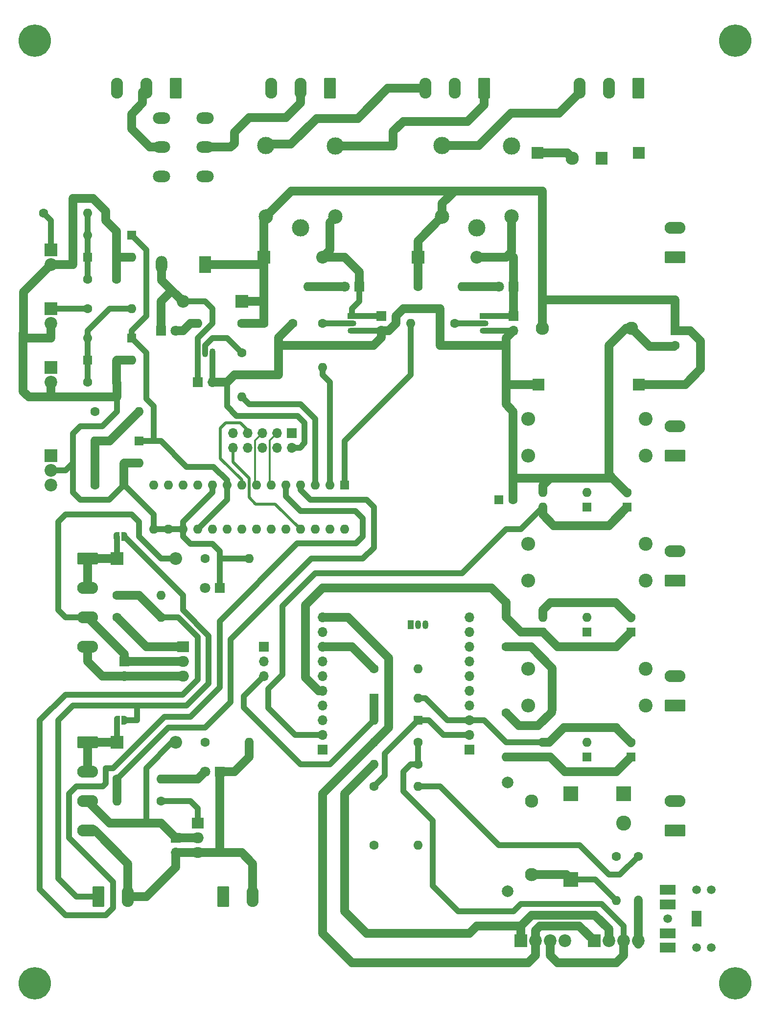
<source format=gbr>
%TF.GenerationSoftware,KiCad,Pcbnew,6.0.1-79c1e3a40b~116~ubuntu20.04.1*%
%TF.CreationDate,2022-01-16T20:57:57+01:00*%
%TF.ProjectId,NodeStandard,4e6f6465-5374-4616-9e64-6172642e6b69,V3.0*%
%TF.SameCoordinates,Original*%
%TF.FileFunction,Copper,L1,Top*%
%TF.FilePolarity,Positive*%
%FSLAX46Y46*%
G04 Gerber Fmt 4.6, Leading zero omitted, Abs format (unit mm)*
G04 Created by KiCad (PCBNEW 6.0.1-79c1e3a40b~116~ubuntu20.04.1) date 2022-01-16 20:57:57*
%MOMM*%
%LPD*%
G01*
G04 APERTURE LIST*
G04 Aperture macros list*
%AMRoundRect*
0 Rectangle with rounded corners*
0 $1 Rounding radius*
0 $2 $3 $4 $5 $6 $7 $8 $9 X,Y pos of 4 corners*
0 Add a 4 corners polygon primitive as box body*
4,1,4,$2,$3,$4,$5,$6,$7,$8,$9,$2,$3,0*
0 Add four circle primitives for the rounded corners*
1,1,$1+$1,$2,$3*
1,1,$1+$1,$4,$5*
1,1,$1+$1,$6,$7*
1,1,$1+$1,$8,$9*
0 Add four rect primitives between the rounded corners*
20,1,$1+$1,$2,$3,$4,$5,0*
20,1,$1+$1,$4,$5,$6,$7,0*
20,1,$1+$1,$6,$7,$8,$9,0*
20,1,$1+$1,$8,$9,$2,$3,0*%
%AMFreePoly0*
4,1,22,0.500000,-0.750000,0.000000,-0.750000,0.000000,-0.745033,-0.079941,-0.743568,-0.215256,-0.701293,-0.333266,-0.622738,-0.424486,-0.514219,-0.481581,-0.384460,-0.499164,-0.250000,-0.500000,-0.250000,-0.500000,0.250000,-0.499164,0.250000,-0.499963,0.256109,-0.478152,0.396186,-0.417904,0.524511,-0.324060,0.630769,-0.204165,0.706417,-0.067858,0.745374,0.000000,0.744959,0.000000,0.750000,
0.500000,0.750000,0.500000,-0.750000,0.500000,-0.750000,$1*%
%AMFreePoly1*
4,1,20,0.000000,0.744959,0.073905,0.744508,0.209726,0.703889,0.328688,0.626782,0.421226,0.519385,0.479903,0.390333,0.500000,0.250000,0.500000,-0.250000,0.499851,-0.262216,0.476331,-0.402017,0.414519,-0.529596,0.319384,-0.634700,0.198574,-0.708877,0.061801,-0.746166,0.000000,-0.745033,0.000000,-0.750000,-0.500000,-0.750000,-0.500000,0.750000,0.000000,0.750000,0.000000,0.744959,
0.000000,0.744959,$1*%
G04 Aperture macros list end*
%TA.AperFunction,ComponentPad*%
%ADD10R,2.800000X1.800000*%
%TD*%
%TA.AperFunction,ComponentPad*%
%ADD11R,1.800000X2.800000*%
%TD*%
%TA.AperFunction,WasherPad*%
%ADD12C,1.500000*%
%TD*%
%TA.AperFunction,ComponentPad*%
%ADD13C,1.600000*%
%TD*%
%TA.AperFunction,ComponentPad*%
%ADD14R,2.200000X2.200000*%
%TD*%
%TA.AperFunction,ComponentPad*%
%ADD15O,2.200000X2.200000*%
%TD*%
%TA.AperFunction,ComponentPad*%
%ADD16R,1.800000X1.800000*%
%TD*%
%TA.AperFunction,ComponentPad*%
%ADD17C,1.800000*%
%TD*%
%TA.AperFunction,ComponentPad*%
%ADD18R,1.600000X1.600000*%
%TD*%
%TA.AperFunction,ComponentPad*%
%ADD19O,1.600000X1.600000*%
%TD*%
%TA.AperFunction,ComponentPad*%
%ADD20R,1.700000X1.700000*%
%TD*%
%TA.AperFunction,ComponentPad*%
%ADD21O,1.700000X1.700000*%
%TD*%
%TA.AperFunction,ComponentPad*%
%ADD22RoundRect,0.249999X1.550001X-0.790001X1.550001X0.790001X-1.550001X0.790001X-1.550001X-0.790001X0*%
%TD*%
%TA.AperFunction,ComponentPad*%
%ADD23O,3.600000X2.080000*%
%TD*%
%TA.AperFunction,ComponentPad*%
%ADD24R,2.600000X2.600000*%
%TD*%
%TA.AperFunction,ComponentPad*%
%ADD25C,2.600000*%
%TD*%
%TA.AperFunction,ComponentPad*%
%ADD26C,2.200000*%
%TD*%
%TA.AperFunction,ComponentPad*%
%ADD27RoundRect,0.249999X0.790001X1.550001X-0.790001X1.550001X-0.790001X-1.550001X0.790001X-1.550001X0*%
%TD*%
%TA.AperFunction,ComponentPad*%
%ADD28O,2.080000X3.600000*%
%TD*%
%TA.AperFunction,ComponentPad*%
%ADD29RoundRect,0.249999X-1.550001X0.790001X-1.550001X-0.790001X1.550001X-0.790001X1.550001X0.790001X0*%
%TD*%
%TA.AperFunction,ComponentPad*%
%ADD30RoundRect,0.249999X-0.790001X-1.550001X0.790001X-1.550001X0.790001X1.550001X-0.790001X1.550001X0*%
%TD*%
%TA.AperFunction,SMDPad,CuDef*%
%ADD31FreePoly0,180.000000*%
%TD*%
%TA.AperFunction,SMDPad,CuDef*%
%ADD32FreePoly1,180.000000*%
%TD*%
%TA.AperFunction,ComponentPad*%
%ADD33C,3.000000*%
%TD*%
%TA.AperFunction,ComponentPad*%
%ADD34C,2.500000*%
%TD*%
%TA.AperFunction,ComponentPad*%
%ADD35O,3.000000X2.000000*%
%TD*%
%TA.AperFunction,ComponentPad*%
%ADD36R,2.000000X3.000000*%
%TD*%
%TA.AperFunction,ComponentPad*%
%ADD37O,2.000000X3.000000*%
%TD*%
%TA.AperFunction,ComponentPad*%
%ADD38C,2.300000*%
%TD*%
%TA.AperFunction,ComponentPad*%
%ADD39R,2.000000X2.300000*%
%TD*%
%TA.AperFunction,ComponentPad*%
%ADD40R,1.500000X1.050000*%
%TD*%
%TA.AperFunction,ComponentPad*%
%ADD41O,1.500000X1.050000*%
%TD*%
%TA.AperFunction,ComponentPad*%
%ADD42R,2.000000X1.905000*%
%TD*%
%TA.AperFunction,ComponentPad*%
%ADD43O,2.000000X1.905000*%
%TD*%
%TA.AperFunction,ComponentPad*%
%ADD44R,1.050000X1.500000*%
%TD*%
%TA.AperFunction,ComponentPad*%
%ADD45O,1.050000X1.500000*%
%TD*%
%TA.AperFunction,ComponentPad*%
%ADD46C,2.400000*%
%TD*%
%TA.AperFunction,ComponentPad*%
%ADD47O,2.400000X2.400000*%
%TD*%
%TA.AperFunction,ComponentPad*%
%ADD48C,5.600000*%
%TD*%
%TA.AperFunction,ComponentPad*%
%ADD49R,2.000000X2.000000*%
%TD*%
%TA.AperFunction,ComponentPad*%
%ADD50R,2.500000X2.500000*%
%TD*%
%TA.AperFunction,ComponentPad*%
%ADD51C,2.000000*%
%TD*%
%TA.AperFunction,Conductor*%
%ADD52C,1.000000*%
%TD*%
%TA.AperFunction,Conductor*%
%ADD53C,1.500000*%
%TD*%
%TA.AperFunction,Conductor*%
%ADD54C,0.500000*%
%TD*%
%TA.AperFunction,Conductor*%
%ADD55C,0.300000*%
%TD*%
G04 APERTURE END LIST*
D10*
%TO.P,J2,RN*%
%TO.N,unconnected-(J2-PadRN)*%
X139115000Y-179665000D03*
%TO.P,J2,TN*%
%TO.N,Net-(J2-PadTN)*%
X139115000Y-174665000D03*
%TO.P,J2,R*%
%TO.N,unconnected-(J2-PadR)*%
X139115000Y-182165000D03*
%TO.P,J2,T*%
%TO.N,Net-(C1-Pad1)*%
X139115000Y-172165000D03*
D11*
%TO.P,J2,S*%
%TO.N,Net-(J2-PadS)*%
X144115000Y-177165000D03*
D12*
%TO.P,J2,*%
%TO.N,*%
X146615000Y-172165000D03*
X146615000Y-182165000D03*
X144115000Y-182165000D03*
X144115000Y-172165000D03*
X139115000Y-177165000D03*
%TD*%
D13*
%TO.P,C7,1*%
%TO.N,Switch1*%
X40005000Y-102235000D03*
%TO.P,C7,2*%
%TO.N,GND*%
X45005000Y-102235000D03*
%TD*%
%TO.P,C6,1*%
%TO.N,Switch2*%
X38735000Y-84455000D03*
%TO.P,C6,2*%
%TO.N,GND*%
X43735000Y-84455000D03*
%TD*%
%TO.P,C5,1*%
%TO.N,Switch3*%
X38735000Y-66675000D03*
%TO.P,C5,2*%
%TO.N,GND*%
X43735000Y-66675000D03*
%TD*%
%TO.P,C9,1*%
%TO.N,+5V*%
X69215000Y-74295000D03*
%TO.P,C9,2*%
%TO.N,GND*%
X74215000Y-74295000D03*
%TD*%
D14*
%TO.P,D5,1,K*%
%TO.N,+5V*%
X95885000Y-62865000D03*
D15*
%TO.P,D5,2,A*%
%TO.N,Net-(D3-Pad1)*%
X106045000Y-62865000D03*
%TD*%
D16*
%TO.P,D4,1,K*%
%TO.N,Net-(D4-Pad1)*%
X85725000Y-67945000D03*
D17*
%TO.P,D4,2,A*%
%TO.N,Net-(D4-Pad2)*%
X83185000Y-67945000D03*
%TD*%
D16*
%TO.P,D3,1,K*%
%TO.N,Net-(D3-Pad1)*%
X112395000Y-67945000D03*
D17*
%TO.P,D3,2,A*%
%TO.N,Net-(D3-Pad2)*%
X109855000Y-67945000D03*
%TD*%
D14*
%TO.P,D6,1,K*%
%TO.N,+5V*%
X69215000Y-62865000D03*
D15*
%TO.P,D6,2,A*%
%TO.N,Net-(D4-Pad1)*%
X79375000Y-62865000D03*
%TD*%
D16*
%TO.P,D13,1,K*%
%TO.N,GND*%
X61595000Y-151765000D03*
D17*
%TO.P,D13,2,A*%
%TO.N,Net-(D13-Pad2)*%
X59055000Y-151765000D03*
%TD*%
D16*
%TO.P,D14,1,K*%
%TO.N,GND*%
X61595000Y-120015000D03*
D17*
%TO.P,D14,2,A*%
%TO.N,Net-(D14-Pad2)*%
X59055000Y-120015000D03*
%TD*%
D14*
%TO.P,D15,1,K*%
%TO.N,Net-(D15-Pad1)*%
X43815000Y-146685000D03*
D15*
%TO.P,D15,2,A*%
%TO.N,Net-(D15-Pad2)*%
X53975000Y-146685000D03*
%TD*%
D14*
%TO.P,D16,1,K*%
%TO.N,Net-(D16-Pad1)*%
X43815000Y-114935000D03*
D15*
%TO.P,D16,2,A*%
%TO.N,Net-(D16-Pad2)*%
X53975000Y-114935000D03*
%TD*%
D18*
%TO.P,D1,1,K*%
%TO.N,+3V3*%
X95885000Y-142875000D03*
D19*
%TO.P,D1,2,A*%
%TO.N,Net-(D1-Pad2)*%
X88265000Y-142875000D03*
%TD*%
D18*
%TO.P,D2,1,K*%
%TO.N,Net-(D1-Pad2)*%
X88265000Y-139065000D03*
D19*
%TO.P,D2,2,A*%
%TO.N,GND*%
X95885000Y-139065000D03*
%TD*%
D18*
%TO.P,D7,1,K*%
%TO.N,+3V3*%
X47625000Y-94615000D03*
D19*
%TO.P,D7,2,A*%
%TO.N,Switch1*%
X40005000Y-94615000D03*
%TD*%
D18*
%TO.P,D8,1,K*%
%TO.N,Switch1*%
X40005000Y-98425000D03*
D19*
%TO.P,D8,2,A*%
%TO.N,GND*%
X47625000Y-98425000D03*
%TD*%
D18*
%TO.P,D9,1,K*%
%TO.N,+3V3*%
X46355000Y-76835000D03*
D19*
%TO.P,D9,2,A*%
%TO.N,Switch2*%
X38735000Y-76835000D03*
%TD*%
D18*
%TO.P,D10,1,K*%
%TO.N,Switch2*%
X38735000Y-80645000D03*
D19*
%TO.P,D10,2,A*%
%TO.N,GND*%
X46355000Y-80645000D03*
%TD*%
D18*
%TO.P,D11,1,K*%
%TO.N,+3V3*%
X46355000Y-59055000D03*
D19*
%TO.P,D11,2,A*%
%TO.N,Switch3*%
X38735000Y-59055000D03*
%TD*%
D18*
%TO.P,D12,1,K*%
%TO.N,Switch3*%
X38735000Y-62865000D03*
D19*
%TO.P,D12,2,A*%
%TO.N,GND*%
X46355000Y-62865000D03*
%TD*%
D16*
%TO.P,D17,1,K*%
%TO.N,Net-(D17-Pad1)*%
X51435000Y-75565000D03*
D17*
%TO.P,D17,2,A*%
%TO.N,Net-(D17-Pad2)*%
X53975000Y-75565000D03*
%TD*%
D14*
%TO.P,D18,1,K*%
%TO.N,+5V*%
X65405000Y-70485000D03*
D15*
%TO.P,D18,2,A*%
%TO.N,Net-(D17-Pad1)*%
X55245000Y-70485000D03*
%TD*%
D20*
%TO.P,J4,1,Pin_1*%
%TO.N,+5V*%
X104775000Y-147955000D03*
D21*
%TO.P,J4,2,Pin_2*%
%TO.N,+3V3*%
X104775000Y-145415000D03*
%TO.P,J4,3,Pin_3*%
%TO.N,GND*%
X104775000Y-142875000D03*
%TO.P,J4,4,Pin_4*%
%TO.N,unconnected-(J4-Pad4)*%
X104775000Y-140335000D03*
%TO.P,J4,5,Pin_5*%
%TO.N,unconnected-(J4-Pad5)*%
X104775000Y-137795000D03*
%TO.P,J4,6,Pin_6*%
%TO.N,unconnected-(J4-Pad6)*%
X104775000Y-135255000D03*
%TO.P,J4,7,Pin_7*%
%TO.N,unconnected-(J4-Pad7)*%
X104775000Y-132715000D03*
%TO.P,J4,8,Pin_8*%
%TO.N,unconnected-(J4-Pad8)*%
X104775000Y-130175000D03*
%TO.P,J4,9,Pin_9*%
%TO.N,unconnected-(J4-Pad9)*%
X104775000Y-127635000D03*
%TO.P,J4,10,Pin_10*%
%TO.N,unconnected-(J4-Pad10)*%
X104775000Y-125095000D03*
%TD*%
D20*
%TO.P,J7,1,Pin_1*%
%TO.N,GPI39*%
X79375000Y-147955000D03*
D21*
%TO.P,J7,2,Pin_2*%
%TO.N,GPI36_U1RXD*%
X79375000Y-145415000D03*
%TO.P,J7,3,Pin_3*%
%TO.N,GPI35*%
X79375000Y-142875000D03*
%TO.P,J7,4,Pin_4*%
%TO.N,GPI34_BUT1*%
X79375000Y-140335000D03*
%TO.P,J7,5,Pin_5*%
%TO.N,GPIO33*%
X79375000Y-137795000D03*
%TO.P,J7,6,Pin_6*%
%TO.N,GPIO32*%
X79375000Y-135255000D03*
%TO.P,J7,7,Pin_7*%
%TO.N,GPIO16_I2C-SCL*%
X79375000Y-132715000D03*
%TO.P,J7,8,Pin_8*%
%TO.N,GPIO15_HS2_CMD*%
X79375000Y-130175000D03*
%TO.P,J7,9,Pin_9*%
%TO.N,GPIO14_HS2_CLK*%
X79375000Y-127635000D03*
%TO.P,J7,10,Pin_10*%
%TO.N,GPIO13_I2C-SDA*%
X79375000Y-125095000D03*
%TD*%
D22*
%TO.P,J1,1,Pin_1*%
%TO.N,Net-(J1-Pad1)*%
X140335000Y-161925000D03*
D23*
%TO.P,J1,2,Pin_2*%
%TO.N,Net-(J1-Pad2)*%
X140335000Y-156845000D03*
%TD*%
D24*
%TO.P,J3,1,Pin_1*%
%TO.N,Net-(J1-Pad2)*%
X131445000Y-155575000D03*
D25*
%TO.P,J3,2,Pin_2*%
%TO.N,Net-(J1-Pad1)*%
X131445000Y-160655000D03*
%TD*%
D14*
%TO.P,J5,1,Pin_1*%
%TO.N,GPIO13_I2C-SDA*%
X126365000Y-180975000D03*
D26*
%TO.P,J5,2,Pin_2*%
%TO.N,GPIO16_I2C-SCL*%
X128905000Y-180975000D03*
%TO.P,J5,3,Pin_3*%
%TO.N,Net-(J5-Pad3)*%
X131445000Y-180975000D03*
%TO.P,J5,4,Pin_4*%
%TO.N,GND*%
X133985000Y-180975000D03*
%TD*%
D14*
%TO.P,J6,1,Pin_1*%
%TO.N,GPIO16_I2C-SCL*%
X113665000Y-180975000D03*
D26*
%TO.P,J6,2,Pin_2*%
%TO.N,GPIO13_I2C-SDA*%
X116205000Y-180975000D03*
%TO.P,J6,3,Pin_3*%
%TO.N,Net-(J5-Pad3)*%
X118745000Y-180975000D03*
%TO.P,J6,4,Pin_4*%
%TO.N,GND*%
X121285000Y-180975000D03*
%TD*%
D20*
%TO.P,J9,1,Pin_1*%
%TO.N,Net-(D4-Pad1)*%
X89535000Y-73025000D03*
D21*
%TO.P,J9,2,Pin_2*%
%TO.N,GND*%
X89535000Y-75565000D03*
%TD*%
D22*
%TO.P,J12,1,Pin_1*%
%TO.N,Net-(J12-Pad1)*%
X140335000Y-97155000D03*
D23*
%TO.P,J12,2,Pin_2*%
%TO.N,Net-(J12-Pad2)*%
X140335000Y-92075000D03*
%TD*%
D27*
%TO.P,J13,1,Pin_1*%
%TO.N,Net-(J13-Pad1)*%
X133985000Y-33655000D03*
D28*
%TO.P,J13,2,Pin_2*%
%TO.N,Net-(J13-Pad2)*%
X128905000Y-33655000D03*
%TO.P,J13,3,Pin_3*%
%TO.N,Net-(J13-Pad3)*%
X123825000Y-33655000D03*
%TD*%
D27*
%TO.P,J14,1,Pin_1*%
%TO.N,Net-(J14-Pad1)*%
X107315000Y-33655000D03*
D28*
%TO.P,J14,2,Pin_2*%
%TO.N,Net-(J14-Pad2)*%
X102235000Y-33655000D03*
%TO.P,J14,3,Pin_3*%
%TO.N,Net-(J14-Pad3)*%
X97155000Y-33655000D03*
%TD*%
D22*
%TO.P,J10,1,Pin_1*%
%TO.N,Net-(J10-Pad1)*%
X140335000Y-140335000D03*
D23*
%TO.P,J10,2,Pin_2*%
%TO.N,Net-(J10-Pad2)*%
X140335000Y-135255000D03*
%TD*%
D22*
%TO.P,J11,1,Pin_1*%
%TO.N,Net-(J11-Pad1)*%
X140335000Y-118745000D03*
D23*
%TO.P,J11,2,Pin_2*%
%TO.N,Net-(J11-Pad2)*%
X140335000Y-113665000D03*
%TD*%
D14*
%TO.P,J17,1,Pin_1*%
%TO.N,Net-(J17-Pad1)*%
X32385000Y-81915000D03*
D26*
%TO.P,J17,2,Pin_2*%
%TO.N,GND*%
X32385000Y-84455000D03*
%TD*%
D14*
%TO.P,J16,1,Pin_1*%
%TO.N,Net-(J16-Pad1)*%
X32385000Y-71755000D03*
D26*
%TO.P,J16,2,Pin_2*%
%TO.N,GND*%
X32385000Y-74295000D03*
%TD*%
D14*
%TO.P,J15,1,Pin_1*%
%TO.N,Net-(J15-Pad1)*%
X32385000Y-61595000D03*
D26*
%TO.P,J15,2,Pin_2*%
%TO.N,GND*%
X32385000Y-64135000D03*
%TD*%
D20*
%TO.P,J18,1,Pin_1*%
%TO.N,Net-(D15-Pad2)*%
X53975000Y-163195000D03*
D21*
%TO.P,J18,2,Pin_2*%
%TO.N,GND*%
X53975000Y-165735000D03*
%TD*%
D20*
%TO.P,J8,1,Pin_1*%
%TO.N,Net-(D3-Pad1)*%
X112395000Y-73025000D03*
D21*
%TO.P,J8,2,Pin_2*%
%TO.N,GND*%
X112395000Y-75565000D03*
%TD*%
D20*
%TO.P,J19,1,Pin_1*%
%TO.N,Net-(D16-Pad2)*%
X45085000Y-132715000D03*
D21*
%TO.P,J19,2,Pin_2*%
%TO.N,GND*%
X45085000Y-135255000D03*
%TD*%
D29*
%TO.P,J20,1,Pin_1*%
%TO.N,Net-(D15-Pad1)*%
X38735000Y-146685000D03*
D23*
%TO.P,J20,2,Pin_2*%
X38735000Y-151765000D03*
%TO.P,J20,3,Pin_3*%
%TO.N,Net-(D15-Pad2)*%
X38735000Y-156845000D03*
%TO.P,J20,4,Pin_4*%
%TO.N,GND*%
X38735000Y-161925000D03*
%TD*%
D29*
%TO.P,J21,1,Pin_1*%
%TO.N,Net-(D16-Pad1)*%
X38735000Y-114935000D03*
D23*
%TO.P,J21,2,Pin_2*%
X38735000Y-120015000D03*
%TO.P,J21,3,Pin_3*%
%TO.N,Net-(D16-Pad2)*%
X38735000Y-125095000D03*
%TO.P,J21,4,Pin_4*%
%TO.N,GND*%
X38735000Y-130175000D03*
%TD*%
D22*
%TO.P,J25,1,Pin_1*%
%TO.N,230VAC-N*%
X140335000Y-62865000D03*
D23*
%TO.P,J25,2,Pin_2*%
%TO.N,230VAC-L*%
X140335000Y-57785000D03*
%TD*%
D30*
%TO.P,J26,1,Pin_1*%
%TO.N,+5V*%
X62230000Y-173355000D03*
D28*
%TO.P,J26,2,Pin_2*%
%TO.N,GND*%
X67310000Y-173355000D03*
%TD*%
D30*
%TO.P,J27,1,Pin_1*%
%TO.N,ExternalDCPower*%
X40640000Y-173355000D03*
D28*
%TO.P,J27,2,Pin_2*%
%TO.N,GND*%
X45720000Y-173355000D03*
%TD*%
D20*
%TO.P,J22,1,Pin_1*%
%TO.N,Net-(D17-Pad1)*%
X57785000Y-84455000D03*
D21*
%TO.P,J22,2,Pin_2*%
%TO.N,GND*%
X60325000Y-84455000D03*
%TD*%
D27*
%TO.P,J23,1,Pin_1*%
%TO.N,Net-(J23-Pad1)*%
X80645000Y-33655000D03*
D28*
%TO.P,J23,2,Pin_2*%
%TO.N,Net-(J23-Pad2)*%
X75565000Y-33655000D03*
%TO.P,J23,3,Pin_3*%
%TO.N,Net-(J23-Pad3)*%
X70485000Y-33655000D03*
%TD*%
D27*
%TO.P,J24,1,Pin_1*%
%TO.N,Net-(J24-Pad1)*%
X53975000Y-33655000D03*
D28*
%TO.P,J24,2,Pin_2*%
%TO.N,Net-(J24-Pad2)*%
X48895000Y-33655000D03*
%TO.P,J24,3,Pin_3*%
%TO.N,Net-(J24-Pad3)*%
X43815000Y-33655000D03*
%TD*%
D31*
%TO.P,JP6,1,A*%
%TO.N,ExternalDCPower*%
X45115000Y-142875000D03*
D32*
%TO.P,JP6,2,B*%
%TO.N,Net-(D15-Pad1)*%
X43815000Y-142875000D03*
%TD*%
D31*
%TO.P,JP7,1,A*%
%TO.N,ExternalDCPower*%
X45085000Y-111125000D03*
D32*
%TO.P,JP7,2,B*%
%TO.N,Net-(D16-Pad1)*%
X43785000Y-111125000D03*
%TD*%
D33*
%TO.P,K1,1*%
%TO.N,Net-(J13-Pad2)*%
X106045000Y-57785000D03*
D34*
%TO.P,K1,2*%
%TO.N,Net-(D3-Pad1)*%
X112095000Y-55835000D03*
D33*
%TO.P,K1,3*%
%TO.N,Net-(J13-Pad1)*%
X112095000Y-43635000D03*
%TO.P,K1,4*%
%TO.N,Net-(J13-Pad3)*%
X100045000Y-43585000D03*
D34*
%TO.P,K1,5*%
%TO.N,+5V*%
X100095000Y-55835000D03*
%TD*%
D33*
%TO.P,K2,1*%
%TO.N,Net-(J14-Pad2)*%
X75565000Y-57785000D03*
D34*
%TO.P,K2,2*%
%TO.N,Net-(D4-Pad1)*%
X81615000Y-55835000D03*
D33*
%TO.P,K2,3*%
%TO.N,Net-(J14-Pad1)*%
X81615000Y-43635000D03*
%TO.P,K2,4*%
%TO.N,Net-(J14-Pad3)*%
X69565000Y-43585000D03*
D34*
%TO.P,K2,5*%
%TO.N,+5V*%
X69615000Y-55835000D03*
%TD*%
D35*
%TO.P,K3,11*%
%TO.N,Net-(J23-Pad2)*%
X59055000Y-43835000D03*
%TO.P,K3,12*%
%TO.N,Net-(J23-Pad1)*%
X59055000Y-48875000D03*
%TO.P,K3,14*%
%TO.N,Net-(J23-Pad3)*%
X59055000Y-38795000D03*
%TO.P,K3,21*%
%TO.N,Net-(J24-Pad2)*%
X51555000Y-43835000D03*
%TO.P,K3,22*%
%TO.N,Net-(J24-Pad3)*%
X51555000Y-48875000D03*
%TO.P,K3,24*%
%TO.N,Net-(J24-Pad1)*%
X51555000Y-38795000D03*
D36*
%TO.P,K3,A1*%
%TO.N,+5V*%
X59055000Y-64135000D03*
D37*
%TO.P,K3,A2*%
%TO.N,Net-(D17-Pad1)*%
X51555000Y-64135000D03*
%TD*%
D38*
%TO.P,L1,1,1*%
%TO.N,Net-(J2-PadTN)*%
X115570000Y-169545000D03*
%TO.P,L1,2,2*%
%TO.N,Net-(J2-PadS)*%
X115570000Y-156845000D03*
%TD*%
D18*
%TO.P,OK1,1,AC1*%
%TO.N,Net-(OK1-Pad1)*%
X125095000Y-149225000D03*
D19*
%TO.P,OK1,2,AC2*%
%TO.N,Net-(OK1-Pad2)*%
X125095000Y-146685000D03*
%TO.P,OK1,3,E*%
%TO.N,GND*%
X117475000Y-146685000D03*
%TO.P,OK1,4,C*%
%TO.N,GPIO32*%
X117475000Y-149225000D03*
%TD*%
D18*
%TO.P,OK2,1,AC1*%
%TO.N,Net-(OK2-Pad1)*%
X125095000Y-127635000D03*
D19*
%TO.P,OK2,2,AC2*%
%TO.N,Net-(OK2-Pad2)*%
X125095000Y-125095000D03*
%TO.P,OK2,3,E*%
%TO.N,GND*%
X117475000Y-125095000D03*
%TO.P,OK2,4,C*%
%TO.N,GPIO33*%
X117475000Y-127635000D03*
%TD*%
D18*
%TO.P,OK3,1,AC1*%
%TO.N,Net-(OK3-Pad1)*%
X125095000Y-106045000D03*
D19*
%TO.P,OK3,2,AC2*%
%TO.N,Net-(OK3-Pad2)*%
X125095000Y-103505000D03*
%TO.P,OK3,3,E*%
%TO.N,GND*%
X117475000Y-103505000D03*
%TO.P,OK3,4,C*%
%TO.N,GPI36_U1RXD*%
X117475000Y-106045000D03*
%TD*%
D39*
%TO.P,PS1,1,AC/L*%
%TO.N,230VAC-L*%
X127635000Y-45720000D03*
D38*
%TO.P,PS1,2,AC/N*%
%TO.N,230VAC-N*%
X122635000Y-45720000D03*
%TO.P,PS1,3,-Vout*%
%TO.N,GND*%
X132835000Y-75120000D03*
%TO.P,PS1,4,+Vout*%
%TO.N,+5V*%
X117435000Y-75120000D03*
%TD*%
D40*
%TO.P,Q2,1,C*%
%TO.N,Net-(D4-Pad1)*%
X84455000Y-73025000D03*
D41*
%TO.P,Q2,2,B*%
%TO.N,Net-(Q2-Pad2)*%
X84455000Y-74295000D03*
%TO.P,Q2,3,E*%
%TO.N,GND*%
X84455000Y-75565000D03*
%TD*%
D40*
%TO.P,Q1,1,C*%
%TO.N,Net-(D3-Pad1)*%
X107315000Y-73025000D03*
D41*
%TO.P,Q1,2,B*%
%TO.N,Net-(Q1-Pad2)*%
X107315000Y-74295000D03*
%TO.P,Q1,3,E*%
%TO.N,GND*%
X107315000Y-75565000D03*
%TD*%
D42*
%TO.P,Q3,1,G*%
%TO.N,Net-(Q3-Pad1)*%
X57785000Y-160655000D03*
D43*
%TO.P,Q3,2,D*%
%TO.N,Net-(D15-Pad2)*%
X57785000Y-163195000D03*
%TO.P,Q3,3,S*%
%TO.N,GND*%
X57785000Y-165735000D03*
%TD*%
D42*
%TO.P,Q4,1,G*%
%TO.N,Net-(Q4-Pad1)*%
X55245000Y-130175000D03*
D43*
%TO.P,Q4,2,D*%
%TO.N,Net-(D16-Pad2)*%
X55245000Y-132715000D03*
%TO.P,Q4,3,S*%
%TO.N,GND*%
X55245000Y-135255000D03*
%TD*%
D44*
%TO.P,Q5,1,C*%
%TO.N,Net-(D17-Pad1)*%
X57785000Y-79375000D03*
D45*
%TO.P,Q5,2,B*%
%TO.N,Net-(Q5-Pad2)*%
X59055000Y-79375000D03*
%TO.P,Q5,3,E*%
%TO.N,GND*%
X60325000Y-79375000D03*
%TD*%
D13*
%TO.P,R1,1*%
%TO.N,Net-(J2-PadS)*%
X130175000Y-166370000D03*
D19*
%TO.P,R1,2*%
%TO.N,Net-(J2-PadTN)*%
X130175000Y-173990000D03*
%TD*%
D13*
%TO.P,R2,1*%
%TO.N,Net-(J5-Pad3)*%
X95885000Y-146685000D03*
D19*
%TO.P,R2,2*%
%TO.N,GPIO13_I2C-SDA*%
X88265000Y-146685000D03*
%TD*%
D13*
%TO.P,R21,1*%
%TO.N,Net-(J17-Pad1)*%
X40005000Y-89535000D03*
D19*
%TO.P,R21,2*%
%TO.N,Switch1*%
X47625000Y-89535000D03*
%TD*%
D13*
%TO.P,R4,1*%
%TO.N,Net-(J5-Pad3)*%
X95885000Y-150495000D03*
D19*
%TO.P,R4,2*%
%TO.N,GPIO16_I2C-SCL*%
X88265000Y-150495000D03*
%TD*%
D13*
%TO.P,R5,1*%
%TO.N,+3V3*%
X88265000Y-154305000D03*
D19*
%TO.P,R5,2*%
%TO.N,Net-(C1-Pad1)*%
X95885000Y-154305000D03*
%TD*%
D46*
%TO.P,R14,1*%
%TO.N,Net-(J10-Pad2)*%
X135255000Y-133985000D03*
D47*
%TO.P,R14,2*%
%TO.N,Net-(OK1-Pad2)*%
X114935000Y-133985000D03*
%TD*%
D46*
%TO.P,R13,1*%
%TO.N,Net-(J10-Pad1)*%
X135255000Y-140335000D03*
D47*
%TO.P,R13,2*%
%TO.N,Net-(OK1-Pad1)*%
X114935000Y-140335000D03*
%TD*%
D46*
%TO.P,R16,1*%
%TO.N,Net-(J11-Pad2)*%
X135255000Y-112395000D03*
D47*
%TO.P,R16,2*%
%TO.N,Net-(OK2-Pad2)*%
X114935000Y-112395000D03*
%TD*%
D46*
%TO.P,R15,1*%
%TO.N,Net-(J11-Pad1)*%
X135255000Y-118745000D03*
D47*
%TO.P,R15,2*%
%TO.N,Net-(OK2-Pad1)*%
X114935000Y-118745000D03*
%TD*%
D13*
%TO.P,R11,1*%
%TO.N,+5V*%
X95885000Y-67945000D03*
D19*
%TO.P,R11,2*%
%TO.N,Net-(D3-Pad2)*%
X103505000Y-67945000D03*
%TD*%
D13*
%TO.P,R9,1*%
%TO.N,Net-(Q1-Pad2)*%
X102235000Y-74295000D03*
D19*
%TO.P,R9,2*%
%TO.N,Relay1*%
X94615000Y-74295000D03*
%TD*%
D13*
%TO.P,R6,1*%
%TO.N,Net-(C1-Pad1)*%
X133985000Y-166370000D03*
D19*
%TO.P,R6,2*%
%TO.N,GND*%
X133985000Y-173990000D03*
%TD*%
D13*
%TO.P,R10,1*%
%TO.N,Net-(Q2-Pad2)*%
X79375000Y-74295000D03*
D19*
%TO.P,R10,2*%
%TO.N,Relay2*%
X79375000Y-81915000D03*
%TD*%
D13*
%TO.P,R12,1*%
%TO.N,+5V*%
X69215000Y-67945000D03*
D19*
%TO.P,R12,2*%
%TO.N,Net-(D4-Pad2)*%
X76835000Y-67945000D03*
%TD*%
D46*
%TO.P,R17,1*%
%TO.N,Net-(J12-Pad1)*%
X135255000Y-97155000D03*
D47*
%TO.P,R17,2*%
%TO.N,Net-(OK3-Pad1)*%
X114935000Y-97155000D03*
%TD*%
D46*
%TO.P,R18,1*%
%TO.N,Net-(J12-Pad2)*%
X135255000Y-90805000D03*
D47*
%TO.P,R18,2*%
%TO.N,Net-(OK3-Pad2)*%
X114935000Y-90805000D03*
%TD*%
D13*
%TO.P,R22,1*%
%TO.N,FET1*%
X43815000Y-153035000D03*
D19*
%TO.P,R22,2*%
%TO.N,Net-(D13-Pad2)*%
X51435000Y-153035000D03*
%TD*%
D13*
%TO.P,R23,1*%
%TO.N,FET2*%
X43815000Y-121285000D03*
D19*
%TO.P,R23,2*%
%TO.N,Net-(D14-Pad2)*%
X51435000Y-121285000D03*
%TD*%
D13*
%TO.P,R20,1*%
%TO.N,Net-(J16-Pad1)*%
X38735000Y-71755000D03*
D19*
%TO.P,R20,2*%
%TO.N,Switch2*%
X46355000Y-71755000D03*
%TD*%
D13*
%TO.P,R19,1*%
%TO.N,Net-(J15-Pad1)*%
X31115000Y-55245000D03*
D19*
%TO.P,R19,2*%
%TO.N,Switch3*%
X38735000Y-55245000D03*
%TD*%
D13*
%TO.P,R24,1*%
%TO.N,Net-(Q3-Pad1)*%
X51435000Y-156845000D03*
D19*
%TO.P,R24,2*%
%TO.N,FET1*%
X43815000Y-156845000D03*
%TD*%
D13*
%TO.P,R25,1*%
%TO.N,Net-(Q4-Pad1)*%
X43815000Y-125095000D03*
D19*
%TO.P,R25,2*%
%TO.N,FET2*%
X51435000Y-125095000D03*
%TD*%
D13*
%TO.P,R26,1*%
%TO.N,Net-(Q3-Pad1)*%
X59055000Y-146685000D03*
D19*
%TO.P,R26,2*%
%TO.N,GND*%
X66675000Y-146685000D03*
%TD*%
D13*
%TO.P,R27,1*%
%TO.N,Net-(Q4-Pad1)*%
X59055000Y-114935000D03*
D19*
%TO.P,R27,2*%
%TO.N,GND*%
X66675000Y-114935000D03*
%TD*%
D13*
%TO.P,R3,1*%
%TO.N,Net-(D1-Pad2)*%
X88265000Y-164465000D03*
D19*
%TO.P,R3,2*%
%TO.N,Net-(J2-PadS)*%
X95885000Y-164465000D03*
%TD*%
D13*
%TO.P,R7,1*%
%TO.N,+3V3*%
X111125000Y-141605000D03*
D19*
%TO.P,R7,2*%
%TO.N,GPIO32*%
X111125000Y-149225000D03*
%TD*%
D13*
%TO.P,R8,1*%
%TO.N,+3V3*%
X111125000Y-130175000D03*
D19*
%TO.P,R8,2*%
%TO.N,GPIO33*%
X111125000Y-122555000D03*
%TD*%
D13*
%TO.P,R28,1*%
%TO.N,Net-(Q5-Pad2)*%
X65405000Y-79375000D03*
D19*
%TO.P,R28,2*%
%TO.N,Relay3*%
X65405000Y-86995000D03*
%TD*%
D13*
%TO.P,R29,1*%
%TO.N,+5V*%
X65405000Y-74295000D03*
D19*
%TO.P,R29,2*%
%TO.N,Net-(D17-Pad2)*%
X57785000Y-74295000D03*
%TD*%
D18*
%TO.P,U1,1,GPB0*%
%TO.N,Relay1*%
X83185000Y-102235000D03*
D19*
%TO.P,U1,2,GPB1*%
%TO.N,Relay2*%
X80645000Y-102235000D03*
%TO.P,U1,3,GPB2*%
%TO.N,Relay3*%
X78105000Y-102235000D03*
%TO.P,U1,4,GPB3*%
%TO.N,FET1*%
X75565000Y-102235000D03*
%TO.P,U1,5,GPB4*%
%TO.N,FET2*%
X73025000Y-102235000D03*
%TO.P,U1,6,GPB5*%
%TO.N,Net-(J30-Pad3)*%
X70485000Y-102235000D03*
%TO.P,U1,7,GPB6*%
%TO.N,Net-(J30-Pad5)*%
X67945000Y-102235000D03*
%TO.P,U1,8,GPB7*%
%TO.N,Net-(J30-Pad7)*%
X65405000Y-102235000D03*
%TO.P,U1,9,VDD*%
%TO.N,+3V3*%
X62865000Y-102235000D03*
%TO.P,U1,10,VSS*%
%TO.N,GND*%
X60325000Y-102235000D03*
%TO.P,U1,11,NC*%
%TO.N,unconnected-(U1-Pad11)*%
X57785000Y-102235000D03*
%TO.P,U1,12,SCK*%
%TO.N,GPIO16_I2C-SCL*%
X55245000Y-102235000D03*
%TO.P,U1,13,SDA*%
%TO.N,GPIO13_I2C-SDA*%
X52705000Y-102235000D03*
%TO.P,U1,14,NC*%
%TO.N,unconnected-(U1-Pad14)*%
X50165000Y-102235000D03*
%TO.P,U1,15,A0*%
%TO.N,GND*%
X50165000Y-109855000D03*
%TO.P,U1,16,A1*%
X52705000Y-109855000D03*
%TO.P,U1,17,A2*%
X55245000Y-109855000D03*
%TO.P,U1,18,~{RESET}*%
%TO.N,+3V3*%
X57785000Y-109855000D03*
%TO.P,U1,19,INTB*%
%TO.N,unconnected-(U1-Pad19)*%
X60325000Y-109855000D03*
%TO.P,U1,20,INTA*%
%TO.N,unconnected-(U1-Pad20)*%
X62865000Y-109855000D03*
%TO.P,U1,21,GPA0*%
%TO.N,Switch1*%
X65405000Y-109855000D03*
%TO.P,U1,22,GPA1*%
%TO.N,Switch2*%
X67945000Y-109855000D03*
%TO.P,U1,23,GPA2*%
%TO.N,Switch3*%
X70485000Y-109855000D03*
%TO.P,U1,24,GPA3*%
%TO.N,Net-(J30-Pad9)*%
X73025000Y-109855000D03*
%TO.P,U1,25,GPA4*%
%TO.N,Net-(J30-Pad10)*%
X75565000Y-109855000D03*
%TO.P,U1,26,GPA5*%
%TO.N,Net-(J30-Pad8)*%
X78105000Y-109855000D03*
%TO.P,U1,27,GPA6*%
%TO.N,Net-(J30-Pad6)*%
X80645000Y-109855000D03*
%TO.P,U1,28,GPA7*%
%TO.N,Net-(J30-Pad4)*%
X83185000Y-109855000D03*
%TD*%
D14*
%TO.P,J28,1,Pin_1*%
%TO.N,+3V3*%
X32385000Y-97155000D03*
D26*
%TO.P,J28,2,Pin_2*%
%TO.N,GND*%
X32385000Y-99695000D03*
%TO.P,J28,3,Pin_3*%
%TO.N,Net-(J28-Pad3)*%
X32385000Y-102235000D03*
%TD*%
D20*
%TO.P,J29,1,Pin_1*%
%TO.N,Net-(J28-Pad3)*%
X69215000Y-130175000D03*
D21*
%TO.P,J29,2,Pin_2*%
%TO.N,GPI35*%
X69215000Y-132715000D03*
%TO.P,J29,3,Pin_3*%
%TO.N,Net-(D1-Pad2)*%
X69215000Y-135255000D03*
%TD*%
D48*
%TO.P,REF\u002A\u002A,1*%
%TO.N,N/C*%
X29591000Y-25400000D03*
%TD*%
%TO.P,REF\u002A\u002A,1*%
%TO.N,N/C*%
X150812500Y-25400000D03*
%TD*%
%TO.P,REF\u002A\u002A,1*%
%TO.N,N/C*%
X29591000Y-188341000D03*
%TD*%
%TO.P,REF\u002A\u002A,1*%
%TO.N,N/C*%
X150812500Y-188341000D03*
%TD*%
D44*
%TO.P,Q6,1,E*%
%TO.N,+3V3*%
X94615000Y-126365000D03*
D45*
%TO.P,Q6,2,B*%
%TO.N,Net-(Q6-Pad2)*%
X95885000Y-126365000D03*
%TO.P,Q6,3,C*%
%TO.N,Net-(J5-Pad3)*%
X97155000Y-126365000D03*
%TD*%
D13*
%TO.P,R30,1*%
%TO.N,GPIO15_HS2_CMD*%
X88265000Y-133985000D03*
D19*
%TO.P,R30,2*%
%TO.N,Net-(Q6-Pad2)*%
X95885000Y-133985000D03*
%TD*%
D49*
%TO.P,LM2596IN+1,1,1*%
%TO.N,230VAC-L*%
X134086000Y-44831000D03*
%TD*%
%TO.P,LM2596IN-1,1,1*%
%TO.N,230VAC-N*%
X116586000Y-44831000D03*
%TD*%
%TO.P,LM2596Out+1,1,1*%
%TO.N,+5V*%
X134086000Y-84831000D03*
%TD*%
%TO.P,LM2596Out-1,1,1*%
%TO.N,GND*%
X116713000Y-84831000D03*
%TD*%
D50*
%TO.P,TP5,1,1*%
%TO.N,Net-(J2-PadTN)*%
X122380000Y-170375000D03*
%TD*%
%TO.P,TP6,1,1*%
%TO.N,Net-(J2-PadS)*%
X122380000Y-155575000D03*
%TD*%
D51*
%TO.P,REF\u002A\u002A,1*%
%TO.N,N/C*%
X111380000Y-153615000D03*
%TD*%
%TO.P,REF\u002A\u002A,1*%
%TO.N,N/C*%
X111380000Y-172375000D03*
%TD*%
D18*
%TO.P,C3,1*%
%TO.N,GPIO33*%
X132740400Y-127623580D03*
D13*
%TO.P,C3,2*%
%TO.N,GND*%
X132740400Y-125123580D03*
%TD*%
D18*
%TO.P,C8,1*%
%TO.N,+5V*%
X140360400Y-75576421D03*
D13*
%TO.P,C8,2*%
%TO.N,GND*%
X140360400Y-78076421D03*
%TD*%
D18*
%TO.P,C4,1*%
%TO.N,GPI36_U1RXD*%
X132080000Y-106033580D03*
D13*
%TO.P,C4,2*%
%TO.N,GND*%
X132080000Y-103533580D03*
%TD*%
D18*
%TO.P,C2,1*%
%TO.N,GPIO32*%
X132715000Y-149213580D03*
D13*
%TO.P,C2,2*%
%TO.N,GND*%
X132715000Y-146713580D03*
%TD*%
D18*
%TO.P,C1,1*%
%TO.N,Net-(C1-Pad1)*%
X109866421Y-104775000D03*
D13*
%TO.P,C1,2*%
%TO.N,GND*%
X112366421Y-104775000D03*
%TD*%
D20*
%TO.P,J30,1,Pin_1*%
%TO.N,+3V3*%
X74061400Y-93263800D03*
D21*
%TO.P,J30,2,Pin_2*%
%TO.N,GND*%
X74061400Y-95803800D03*
%TO.P,J30,3,Pin_3*%
%TO.N,Net-(J30-Pad3)*%
X71521400Y-93263800D03*
%TO.P,J30,4,Pin_4*%
%TO.N,Net-(J30-Pad4)*%
X71521400Y-95803800D03*
%TO.P,J30,5,Pin_5*%
%TO.N,Net-(J30-Pad5)*%
X68981400Y-93263800D03*
%TO.P,J30,6,Pin_6*%
%TO.N,Net-(J30-Pad6)*%
X68981400Y-95803800D03*
%TO.P,J30,7,Pin_7*%
%TO.N,Net-(J30-Pad7)*%
X66441400Y-93263800D03*
%TO.P,J30,8,Pin_8*%
%TO.N,Net-(J30-Pad8)*%
X66441400Y-95803800D03*
%TO.P,J30,9,Pin_9*%
%TO.N,Net-(J30-Pad9)*%
X63901400Y-93263800D03*
%TO.P,J30,10,Pin_10*%
%TO.N,Net-(J30-Pad10)*%
X63901400Y-95803800D03*
%TD*%
D52*
%TO.N,GND*%
X74061400Y-95803800D02*
X75490000Y-95803800D01*
X62865000Y-88597600D02*
X62865000Y-84455000D01*
X75490000Y-95803800D02*
X76315600Y-94978200D01*
X76315600Y-94978200D02*
X76315600Y-91468200D01*
X76315600Y-91468200D02*
X75125600Y-90278200D01*
X75125600Y-90278200D02*
X64545600Y-90278200D01*
X64545600Y-90278200D02*
X62865000Y-88597600D01*
D53*
X27635600Y-75995600D02*
X27635600Y-86055600D01*
D52*
X60325000Y-103505000D02*
X60325000Y-102235000D01*
D53*
X45005000Y-98505000D02*
X45085000Y-98425000D01*
X71795000Y-78065000D02*
X88225000Y-78065000D01*
X88225000Y-78065000D02*
X89535000Y-76755000D01*
X40005000Y-161925000D02*
X45720000Y-167640000D01*
D52*
X111125000Y-146685000D02*
X107315000Y-142875000D01*
D53*
X45085000Y-98425000D02*
X47625000Y-98425000D01*
X45005000Y-102235000D02*
X45005000Y-98505000D01*
X27685600Y-76835000D02*
X32385000Y-76835000D01*
X89535000Y-76755000D02*
X89535000Y-75565000D01*
X39687500Y-52705000D02*
X36195000Y-52705000D01*
X48895000Y-173355000D02*
X53975000Y-168275000D01*
X118606370Y-146685000D02*
X121146370Y-144145000D01*
X67310000Y-167640000D02*
X67310000Y-173355000D01*
D52*
X55245000Y-109855000D02*
X55245000Y-108585000D01*
D53*
X132835000Y-75120000D02*
X135947000Y-78232000D01*
D52*
X52705000Y-109855000D02*
X50165000Y-109855000D01*
X43815000Y-86995000D02*
X43815000Y-89535000D01*
D53*
X32385000Y-76835000D02*
X32385000Y-74295000D01*
X43815000Y-84535000D02*
X43735000Y-84455000D01*
X130175000Y-144185000D02*
X132715000Y-146725000D01*
X111125000Y-88265000D02*
X112355000Y-89495000D01*
X117475000Y-102315000D02*
X117475000Y-103505000D01*
D52*
X37465000Y-104775000D02*
X42465000Y-104775000D01*
D53*
X111125000Y-78105000D02*
X111125000Y-84328000D01*
D52*
X106045000Y-142875000D02*
X104775000Y-142875000D01*
D53*
X116586000Y-84831000D02*
X111628000Y-84831000D01*
D52*
X36195000Y-98425000D02*
X34925000Y-99695000D01*
D53*
X43735000Y-84455000D02*
X43735000Y-80725000D01*
X43815000Y-86995000D02*
X43815000Y-84535000D01*
X61595000Y-151765000D02*
X64135000Y-151765000D01*
X43735000Y-58340000D02*
X41910000Y-56515000D01*
D52*
X84455000Y-75565000D02*
X89535000Y-75565000D01*
D53*
X131890000Y-75120000D02*
X132835000Y-75120000D01*
X41910000Y-56515000D02*
X41910000Y-54927500D01*
X111125000Y-78105000D02*
X111125000Y-76835000D01*
X112355000Y-94615000D02*
X112355000Y-104775000D01*
X111125000Y-84328000D02*
X111125000Y-88265000D01*
X38735000Y-130175000D02*
X38735000Y-132715000D01*
D52*
X45085000Y-102235000D02*
X50165000Y-107315000D01*
D53*
X57785000Y-165735000D02*
X61595000Y-165735000D01*
X111628000Y-84831000D02*
X111125000Y-84328000D01*
D52*
X50165000Y-107315000D02*
X50165000Y-109855000D01*
D53*
X71795000Y-83185000D02*
X71795000Y-78065000D01*
X43735000Y-62945000D02*
X43735000Y-58340000D01*
X130175000Y-144145000D02*
X130175000Y-144185000D01*
X118785000Y-101005000D02*
X129540000Y-101005000D01*
X61595000Y-151765000D02*
X61595000Y-165735000D01*
X41910000Y-54927500D02*
X39687500Y-52705000D01*
X43815000Y-80645000D02*
X46355000Y-80645000D01*
X53975000Y-168275000D02*
X53975000Y-165735000D01*
X99695000Y-78105000D02*
X99695000Y-71755000D01*
X111125000Y-76835000D02*
X112395000Y-75565000D01*
X53975000Y-165735000D02*
X57785000Y-165735000D01*
X129580000Y-101005000D02*
X128905000Y-100330000D01*
X46355000Y-62865000D02*
X43815000Y-62865000D01*
D52*
X107315000Y-142875000D02*
X106045000Y-142875000D01*
X55245000Y-109855000D02*
X55245000Y-111125000D01*
D53*
X28575000Y-86995000D02*
X32385000Y-86995000D01*
D52*
X95885000Y-139065000D02*
X97155000Y-139065000D01*
D53*
X62865000Y-84455000D02*
X64135000Y-83185000D01*
X117475000Y-146685000D02*
X118606370Y-146685000D01*
X45720000Y-167640000D02*
X45720000Y-173355000D01*
D52*
X61595000Y-114935000D02*
X61595000Y-120015000D01*
D53*
X111125000Y-78105000D02*
X99695000Y-78105000D01*
X128905000Y-100330000D02*
X128905000Y-78105000D01*
X128905000Y-78105000D02*
X131890000Y-75120000D01*
X135947000Y-78232000D02*
X140168000Y-78232000D01*
X27635600Y-86055600D02*
X28575000Y-86995000D01*
X93345000Y-71755000D02*
X92075000Y-73025000D01*
X36195000Y-52705000D02*
X36195000Y-64135000D01*
X36195000Y-64135000D02*
X32385000Y-64135000D01*
X64135000Y-151765000D02*
X66675000Y-149225000D01*
X32385000Y-64135000D02*
X27685600Y-68834400D01*
X66675000Y-149225000D02*
X66675000Y-146685000D01*
X140168000Y-78232000D02*
X140335000Y-78065000D01*
X117475000Y-125095000D02*
X117475000Y-123825000D01*
D52*
X61595000Y-113665000D02*
X61595000Y-114935000D01*
D53*
X129540000Y-101005000D02*
X132080000Y-103545000D01*
D52*
X41275000Y-92075000D02*
X37465000Y-92075000D01*
X100965000Y-142875000D02*
X106045000Y-142875000D01*
D53*
X60325000Y-84455000D02*
X62865000Y-84455000D01*
X45720000Y-173355000D02*
X48895000Y-173355000D01*
X92075000Y-73025000D02*
X92075000Y-74295000D01*
D52*
X56515000Y-112395000D02*
X60325000Y-112395000D01*
D53*
X133985000Y-173948200D02*
X133985000Y-181568200D01*
X118745000Y-122555000D02*
X130135000Y-122555000D01*
X43815000Y-62865000D02*
X43735000Y-62945000D01*
X71795000Y-76715000D02*
X74215000Y-74295000D01*
X112355000Y-101005000D02*
X118785000Y-101005000D01*
X64135000Y-83185000D02*
X71795000Y-83185000D01*
D52*
X43815000Y-89535000D02*
X41275000Y-92075000D01*
X60325000Y-112395000D02*
X61595000Y-113665000D01*
X45005000Y-102235000D02*
X45085000Y-102235000D01*
X36195000Y-98425000D02*
X36195000Y-103505000D01*
D53*
X92075000Y-74295000D02*
X90805000Y-75565000D01*
X112355000Y-89495000D02*
X112355000Y-94615000D01*
X65405000Y-165735000D02*
X67310000Y-167640000D01*
X38735000Y-132715000D02*
X41275000Y-135255000D01*
D52*
X36195000Y-103505000D02*
X37465000Y-104775000D01*
X37465000Y-92075000D02*
X36195000Y-93345000D01*
D53*
X45085000Y-135255000D02*
X55245000Y-135255000D01*
X38735000Y-161925000D02*
X40005000Y-161925000D01*
X32385000Y-86995000D02*
X32385000Y-84455000D01*
X43735000Y-80725000D02*
X43815000Y-80645000D01*
X121146370Y-144145000D02*
X130175000Y-144145000D01*
X43735000Y-66675000D02*
X43735000Y-62945000D01*
X117475000Y-123825000D02*
X118745000Y-122555000D01*
D52*
X107315000Y-75565000D02*
X112395000Y-75565000D01*
D53*
X99695000Y-71755000D02*
X93345000Y-71755000D01*
X61595000Y-165735000D02*
X65405000Y-165735000D01*
D52*
X55245000Y-108585000D02*
X60325000Y-103505000D01*
D53*
X71795000Y-78065000D02*
X71795000Y-76715000D01*
D52*
X42465000Y-104775000D02*
X45005000Y-102235000D01*
X61595000Y-114935000D02*
X66675000Y-114935000D01*
D53*
X90805000Y-75565000D02*
X89535000Y-75565000D01*
X27685600Y-68834400D02*
X27685600Y-75945600D01*
X118785000Y-101005000D02*
X117475000Y-102315000D01*
X27685600Y-75945600D02*
X27635600Y-75995600D01*
X41275000Y-135255000D02*
X45085000Y-135255000D01*
D52*
X55245000Y-111125000D02*
X56515000Y-112395000D01*
X34925000Y-99695000D02*
X32385000Y-99695000D01*
X97155000Y-139065000D02*
X100965000Y-142875000D01*
X60325000Y-79375000D02*
X60325000Y-84455000D01*
X117475000Y-146685000D02*
X111125000Y-146685000D01*
D53*
X32385000Y-86995000D02*
X43815000Y-86995000D01*
D52*
X36195000Y-93345000D02*
X36195000Y-98425000D01*
X55245000Y-109855000D02*
X52705000Y-109855000D01*
D53*
X130135000Y-122555000D02*
X132715000Y-125135000D01*
%TO.N,Switch1*%
X40005000Y-94615000D02*
X42545000Y-94615000D01*
X42545000Y-94615000D02*
X46355000Y-90805000D01*
X40005000Y-98425000D02*
X40005000Y-102235000D01*
X46355000Y-90805000D02*
X47625000Y-89535000D01*
X40005000Y-94615000D02*
X40005000Y-98425000D01*
D52*
%TO.N,Switch2*%
X38735000Y-80645000D02*
X38735000Y-84455000D01*
X42545000Y-71755000D02*
X38735000Y-75565000D01*
X46355000Y-71755000D02*
X42545000Y-71755000D01*
X38735000Y-75565000D02*
X38735000Y-76835000D01*
X38735000Y-76835000D02*
X38735000Y-80645000D01*
%TO.N,Switch3*%
X38735000Y-59055000D02*
X38735000Y-62865000D01*
X38735000Y-55245000D02*
X38735000Y-59055000D01*
X38735000Y-62865000D02*
X38735000Y-66675000D01*
D53*
%TO.N,GPIO32*%
X118745000Y-149225000D02*
X121285000Y-151765000D01*
X117475000Y-149225000D02*
X118745000Y-149225000D01*
X121285000Y-151765000D02*
X130175000Y-151765000D01*
X111125000Y-149225000D02*
X117475000Y-149225000D01*
X130175000Y-151765000D02*
X132715000Y-149225000D01*
%TO.N,GPIO33*%
X111125000Y-125095000D02*
X111125000Y-122555000D01*
X111125000Y-122555000D02*
X108585000Y-120015000D01*
X113665000Y-127635000D02*
X111125000Y-125095000D01*
X120015000Y-130175000D02*
X130175000Y-130175000D01*
X78740000Y-137795000D02*
X79375000Y-137795000D01*
X76454000Y-135509000D02*
X78740000Y-137795000D01*
X79375000Y-120015000D02*
X76454000Y-122936000D01*
X117475000Y-127635000D02*
X113665000Y-127635000D01*
X108585000Y-120015000D02*
X79375000Y-120015000D01*
X76454000Y-122936000D02*
X76454000Y-135509000D01*
X117475000Y-127635000D02*
X120015000Y-130175000D01*
X130175000Y-130175000D02*
X132715000Y-127635000D01*
D52*
%TO.N,GPI36_U1RXD*%
X111125000Y-109855000D02*
X113665000Y-109855000D01*
X72453500Y-123126500D02*
X78105000Y-117475000D01*
D53*
X117475000Y-106045000D02*
X117475000Y-107315000D01*
D52*
X74676000Y-145415000D02*
X69977000Y-140716000D01*
X79375000Y-145415000D02*
X74676000Y-145415000D01*
D53*
X128905000Y-109220000D02*
X132080000Y-106045000D01*
X119380000Y-109220000D02*
X128905000Y-109220000D01*
D52*
X113665000Y-109855000D02*
X117475000Y-106045000D01*
X69977000Y-140716000D02*
X69977000Y-137477500D01*
X103505000Y-117475000D02*
X111125000Y-109855000D01*
X72453500Y-135001000D02*
X72453500Y-123126500D01*
X78105000Y-117475000D02*
X103505000Y-117475000D01*
X69977000Y-137477500D02*
X72453500Y-135001000D01*
D53*
X117475000Y-107315000D02*
X119380000Y-109220000D01*
%TO.N,+5V*%
X144780000Y-82169000D02*
X142118000Y-84831000D01*
X65405000Y-70485000D02*
X69215000Y-70485000D01*
X113665000Y-51435000D02*
X102235000Y-51435000D01*
X69215000Y-56235000D02*
X69615000Y-55835000D01*
X95885000Y-62865000D02*
X95885000Y-60045000D01*
X117435000Y-51435000D02*
X113665000Y-51435000D01*
X143002000Y-75565000D02*
X144780000Y-77343000D01*
X117435000Y-69175000D02*
X117435000Y-51435000D01*
X140335000Y-75565000D02*
X143002000Y-75565000D01*
X117435000Y-75120000D02*
X117435000Y-69175000D01*
X69215000Y-70485000D02*
X69215000Y-74295000D01*
X140335000Y-70231000D02*
X117435000Y-70231000D01*
X100095000Y-55835000D02*
X100095000Y-53575000D01*
X65405000Y-74295000D02*
X69215000Y-74295000D01*
X140335000Y-75565000D02*
X140335000Y-70231000D01*
X69215000Y-62865000D02*
X69215000Y-64135000D01*
X117435000Y-70231000D02*
X117435000Y-69175000D01*
X69215000Y-67945000D02*
X69215000Y-70485000D01*
X69215000Y-62865000D02*
X69215000Y-56235000D01*
X69215000Y-64135000D02*
X69215000Y-67945000D01*
X95885000Y-60045000D02*
X100095000Y-55835000D01*
X144780000Y-77343000D02*
X144780000Y-82169000D01*
X59055000Y-64135000D02*
X69215000Y-64135000D01*
X69615000Y-55835000D02*
X74015000Y-51435000D01*
X142118000Y-84831000D02*
X134086000Y-84831000D01*
X95885000Y-67945000D02*
X95885000Y-62865000D01*
X100095000Y-53575000D02*
X102235000Y-51435000D01*
X74015000Y-51435000D02*
X102235000Y-51435000D01*
%TO.N,Net-(D3-Pad2)*%
X103505000Y-67945000D02*
X109855000Y-67945000D01*
%TO.N,+3V3*%
X113347500Y-143827500D02*
X111125000Y-141605000D01*
D52*
X60553600Y-99060000D02*
X62865000Y-101371400D01*
D53*
X116649500Y-143827500D02*
X113347500Y-143827500D01*
D52*
X90170000Y-152400000D02*
X88265000Y-154305000D01*
X50165000Y-94615000D02*
X47625000Y-94615000D01*
X62865000Y-101371400D02*
X62865000Y-102235000D01*
X55880000Y-99060000D02*
X60553600Y-99060000D01*
X46355000Y-75565000D02*
X46355000Y-76835000D01*
X46355000Y-76835000D02*
X48895000Y-79375000D01*
X46355000Y-59055000D02*
X48895000Y-61595000D01*
X57785000Y-109855000D02*
X62865000Y-104775000D01*
D53*
X119134999Y-133866999D02*
X119134999Y-141080999D01*
D52*
X50165000Y-88584998D02*
X50165000Y-94615000D01*
X100330000Y-145415000D02*
X104775000Y-145415000D01*
X97790000Y-142875000D02*
X100330000Y-145415000D01*
D53*
X118999000Y-141216998D02*
X118999000Y-141478000D01*
D52*
X90170000Y-148590000D02*
X90170000Y-152400000D01*
X47625000Y-94615000D02*
X51435000Y-94615000D01*
X48895000Y-87314998D02*
X50165000Y-88584998D01*
X48895000Y-73025000D02*
X46355000Y-75565000D01*
X48895000Y-79375000D02*
X48895000Y-87314998D01*
D53*
X119134999Y-141080999D02*
X118999000Y-141216998D01*
X115443000Y-130175000D02*
X119134999Y-133866999D01*
D52*
X51435000Y-94615000D02*
X55880000Y-99060000D01*
D53*
X111125000Y-130175000D02*
X115443000Y-130175000D01*
D52*
X48895000Y-61595000D02*
X48895000Y-73025000D01*
X62865000Y-104775000D02*
X62865000Y-102235000D01*
X95885000Y-142875000D02*
X97790000Y-142875000D01*
X95885000Y-142875000D02*
X90170000Y-148590000D01*
D53*
X118999000Y-141478000D02*
X116649500Y-143827500D01*
%TO.N,Net-(D17-Pad2)*%
X56515000Y-74295000D02*
X57785000Y-74295000D01*
X55245000Y-75565000D02*
X56515000Y-74295000D01*
X53975000Y-75565000D02*
X55245000Y-75565000D01*
D52*
%TO.N,Net-(D17-Pad1)*%
X60325000Y-74295000D02*
X57785000Y-76835000D01*
D53*
X51555000Y-66795000D02*
X53340000Y-68580000D01*
X51435000Y-75565000D02*
X51435000Y-70485000D01*
D52*
X60325000Y-71755000D02*
X60325000Y-74295000D01*
X59055000Y-70485000D02*
X60325000Y-71755000D01*
D53*
X51435000Y-70485000D02*
X53340000Y-68580000D01*
X51555000Y-64135000D02*
X51555000Y-66795000D01*
D52*
X55245000Y-70485000D02*
X59055000Y-70485000D01*
X57785000Y-76835000D02*
X57785000Y-79375000D01*
X57785000Y-79375000D02*
X57785000Y-84455000D01*
D53*
X53340000Y-68580000D02*
X55245000Y-70485000D01*
%TO.N,GPIO13_I2C-SDA*%
X116205000Y-179197000D02*
X116991978Y-178410022D01*
X116991978Y-178410022D02*
X123800022Y-178410022D01*
X90805000Y-132080000D02*
X83820000Y-125095000D01*
X123800022Y-178410022D02*
X126365000Y-180975000D01*
X84455000Y-184785000D02*
X114935000Y-184785000D01*
X116205000Y-183515000D02*
X116205000Y-180975000D01*
X90805000Y-144145000D02*
X90805000Y-132080000D01*
X83820000Y-125095000D02*
X79375000Y-125095000D01*
X88265000Y-146685000D02*
X79375000Y-155575000D01*
X116205000Y-180975000D02*
X116205000Y-179197000D01*
X114935000Y-184785000D02*
X116205000Y-183515000D01*
X88265000Y-146685000D02*
X90805000Y-144145000D01*
X79375000Y-155575000D02*
X79375000Y-179705000D01*
X79375000Y-179705000D02*
X84455000Y-184785000D01*
%TO.N,GPIO15_HS2_CMD*%
X79375000Y-130175000D02*
X84455000Y-130175000D01*
X84455000Y-130175000D02*
X88265000Y-133985000D01*
%TO.N,GPIO16_I2C-SCL*%
X113665000Y-178435000D02*
X106045000Y-178435000D01*
X128905000Y-178943000D02*
X126492000Y-176530000D01*
X106045000Y-178435000D02*
X104775000Y-179705000D01*
X86995000Y-179705000D02*
X83185000Y-175895000D01*
X113665000Y-180975000D02*
X113665000Y-178435000D01*
X115570000Y-176530000D02*
X113665000Y-178435000D01*
X83185000Y-155575000D02*
X88265000Y-150495000D01*
X128905000Y-180975000D02*
X128905000Y-178943000D01*
X86995000Y-179705000D02*
X104775000Y-179705000D01*
X126492000Y-176530000D02*
X115570000Y-176530000D01*
X83185000Y-175895000D02*
X83185000Y-155575000D01*
%TO.N,Net-(J13-Pad3)*%
X120269000Y-37973000D02*
X123825000Y-34417000D01*
X100045000Y-43585000D02*
X106402000Y-43585000D01*
X112014000Y-37973000D02*
X120269000Y-37973000D01*
X123825000Y-34417000D02*
X123825000Y-33655000D01*
X106402000Y-43585000D02*
X112014000Y-37973000D01*
%TO.N,Net-(J14-Pad1)*%
X104457500Y-39370000D02*
X107315000Y-36512500D01*
X93345000Y-39370000D02*
X104457500Y-39370000D01*
X107315000Y-36512500D02*
X107315000Y-33655000D01*
X91620000Y-41095000D02*
X93345000Y-39370000D01*
X81615000Y-43635000D02*
X91620000Y-43635000D01*
X91620000Y-43635000D02*
X91620000Y-41095000D01*
D52*
%TO.N,Net-(J15-Pad1)*%
X32385000Y-61595000D02*
X32385000Y-56515000D01*
X32385000Y-56515000D02*
X31115000Y-55245000D01*
D53*
%TO.N,230VAC-N*%
X116586000Y-44831000D02*
X121746000Y-44831000D01*
X121746000Y-44831000D02*
X122635000Y-45720000D01*
D52*
%TO.N,ExternalDCPower*%
X33655000Y-142875000D02*
X36195000Y-140335000D01*
X47307500Y-142875000D02*
X47307500Y-140652500D01*
X59690000Y-128270000D02*
X59690000Y-136525000D01*
X47625000Y-140335000D02*
X50165000Y-140335000D01*
X55880000Y-140335000D02*
X50165000Y-140335000D01*
X33655000Y-170180000D02*
X33655000Y-142875000D01*
X40640000Y-173355000D02*
X36830000Y-173355000D01*
X55245000Y-121285000D02*
X55245000Y-123825000D01*
X55245000Y-123825000D02*
X59690000Y-128270000D01*
X59690000Y-136525000D02*
X55880000Y-140335000D01*
X47307500Y-142875000D02*
X45115000Y-142875000D01*
X47307500Y-140652500D02*
X47625000Y-140335000D01*
X36830000Y-173355000D02*
X33655000Y-170180000D01*
X45085000Y-111125000D02*
X55245000Y-121285000D01*
X36195000Y-140335000D02*
X47625000Y-140335000D01*
%TO.N,Net-(Q1-Pad2)*%
X102235000Y-74295000D02*
X107315000Y-74295000D01*
%TO.N,Net-(Q2-Pad2)*%
X79375000Y-74295000D02*
X84455000Y-74295000D01*
%TO.N,Net-(Q3-Pad1)*%
X56515000Y-156845000D02*
X57785000Y-158115000D01*
X51435000Y-156845000D02*
X56515000Y-156845000D01*
X57785000Y-158115000D02*
X57785000Y-160655000D01*
D53*
%TO.N,Net-(Q4-Pad1)*%
X48895000Y-130175000D02*
X55245000Y-130175000D01*
X43815000Y-125095000D02*
X48895000Y-130175000D01*
D52*
%TO.N,Net-(Q5-Pad2)*%
X59055000Y-78105000D02*
X60325000Y-76835000D01*
X62865000Y-76835000D02*
X65405000Y-79375000D01*
X59055000Y-79375000D02*
X59055000Y-78105000D01*
X60325000Y-76835000D02*
X62865000Y-76835000D01*
%TO.N,Relay1*%
X83185000Y-102235000D02*
X83185000Y-94615000D01*
X83185000Y-94615000D02*
X94615000Y-83185000D01*
X94615000Y-83185000D02*
X94615000Y-74295000D01*
%TO.N,Relay2*%
X80645000Y-92075000D02*
X80645000Y-102235000D01*
X79375000Y-81915000D02*
X79375000Y-83185000D01*
X80645000Y-84455000D02*
X80645000Y-92075000D01*
X79375000Y-83185000D02*
X80645000Y-84455000D01*
%TO.N,FET1*%
X77266800Y-104775000D02*
X75565000Y-103073200D01*
X59055000Y-144145000D02*
X63500000Y-139700000D01*
X86360000Y-114935000D02*
X88265000Y-113030000D01*
X43815000Y-153035000D02*
X52705000Y-144145000D01*
X63500000Y-139700000D02*
X63500000Y-128905000D01*
X52705000Y-144145000D02*
X59055000Y-144145000D01*
X77470000Y-114935000D02*
X86360000Y-114935000D01*
X88265000Y-106045000D02*
X86995000Y-104775000D01*
X86995000Y-104775000D02*
X77266800Y-104775000D01*
X75565000Y-103073200D02*
X75565000Y-102235000D01*
X88265000Y-113030000D02*
X88265000Y-106045000D01*
D53*
X43815000Y-156845000D02*
X43815000Y-153035000D01*
D52*
X63500000Y-128905000D02*
X77470000Y-114935000D01*
%TO.N,FET2*%
X57785000Y-128476249D02*
X54403751Y-125095000D01*
X35560000Y-163195000D02*
X43180000Y-170815000D01*
X41910000Y-153759997D02*
X41364997Y-154305000D01*
X41910000Y-176530000D02*
X34925000Y-176530000D01*
X30480000Y-172085000D02*
X30480000Y-142875000D01*
X54403751Y-125095000D02*
X51435000Y-125095000D01*
X73025000Y-104140000D02*
X73025000Y-102235000D01*
X86360000Y-107950000D02*
X85090000Y-106680000D01*
X35560000Y-155575000D02*
X35560000Y-163195000D01*
X61595000Y-125730000D02*
X61595000Y-137160000D01*
X41910000Y-151130000D02*
X41910000Y-153759997D01*
X61595000Y-137160000D02*
X56515000Y-142240000D01*
X75031600Y-112293400D02*
X61595000Y-125730000D01*
X55208242Y-138430000D02*
X57785000Y-135853242D01*
D53*
X47625000Y-121285000D02*
X51435000Y-125095000D01*
D52*
X34925000Y-176530000D02*
X30480000Y-172085000D01*
X43180000Y-175260000D02*
X41910000Y-176530000D01*
X43180000Y-170815000D02*
X43180000Y-175260000D01*
X86360000Y-111125000D02*
X86360000Y-107950000D01*
X57785000Y-135853242D02*
X57785000Y-128476249D01*
X85090000Y-106680000D02*
X75565000Y-106680000D01*
X43180000Y-151130000D02*
X41910000Y-151130000D01*
X30480000Y-142875000D02*
X34925000Y-138430000D01*
X81762600Y-112293400D02*
X75031600Y-112293400D01*
D53*
X43815000Y-121285000D02*
X47625000Y-121285000D01*
D52*
X34925000Y-138430000D02*
X55208242Y-138430000D01*
X85191600Y-112293400D02*
X86360000Y-111125000D01*
X41364997Y-154305000D02*
X36830000Y-154305000D01*
X56515000Y-142240000D02*
X52070000Y-142240000D01*
X83362800Y-112293400D02*
X81762600Y-112293400D01*
X81762600Y-112293400D02*
X85191600Y-112293400D01*
D54*
X83464400Y-112395000D02*
X83185000Y-112395000D01*
D52*
X75565000Y-106680000D02*
X73025000Y-104140000D01*
X52070000Y-142240000D02*
X43180000Y-151130000D01*
X36830000Y-154305000D02*
X35560000Y-155575000D01*
%TO.N,Relay3*%
X75565000Y-88265000D02*
X78105000Y-90805000D01*
X78105000Y-90805000D02*
X78105000Y-102235000D01*
X66675000Y-88265000D02*
X75565000Y-88265000D01*
X65405000Y-86995000D02*
X66675000Y-88265000D01*
%TO.N,Net-(C1-Pad1)*%
X99695000Y-154305000D02*
X109855000Y-164465000D01*
X95885000Y-154305000D02*
X99695000Y-154305000D01*
X109855000Y-164465000D02*
X123825000Y-164465000D01*
X130810000Y-169545000D02*
X133985000Y-166370000D01*
X123825000Y-164465000D02*
X128905000Y-169545000D01*
X128905000Y-169545000D02*
X130810000Y-169545000D01*
D53*
%TO.N,Net-(D3-Pad1)*%
X112395000Y-67945000D02*
X112395000Y-73025000D01*
X112095000Y-61895000D02*
X112095000Y-55835000D01*
X106045000Y-62865000D02*
X111125000Y-62865000D01*
X112395000Y-67945000D02*
X112395000Y-62865000D01*
X111760000Y-62230000D02*
X112095000Y-61895000D01*
D52*
X107315000Y-73025000D02*
X112395000Y-73025000D01*
D53*
X111125000Y-62865000D02*
X111760000Y-62230000D01*
X112395000Y-62865000D02*
X111760000Y-62230000D01*
%TO.N,Net-(D4-Pad2)*%
X76835000Y-67945000D02*
X83185000Y-67945000D01*
D52*
%TO.N,Net-(D4-Pad1)*%
X85725000Y-70485000D02*
X85725000Y-67945000D01*
D53*
X79375000Y-62865000D02*
X80645000Y-61595000D01*
D52*
X84455000Y-71755000D02*
X85725000Y-70485000D01*
D53*
X79375000Y-62865000D02*
X83185000Y-62865000D01*
D52*
X84455000Y-73025000D02*
X89535000Y-73025000D01*
D53*
X85725000Y-65405000D02*
X85725000Y-67945000D01*
X80645000Y-61595000D02*
X80645000Y-56805000D01*
X80645000Y-56805000D02*
X81615000Y-55835000D01*
D52*
X84455000Y-73025000D02*
X84455000Y-71755000D01*
D53*
X83185000Y-62865000D02*
X85725000Y-65405000D01*
%TO.N,Net-(D13-Pad2)*%
X51435000Y-153035000D02*
X57785000Y-153035000D01*
X57785000Y-153035000D02*
X59055000Y-151765000D01*
%TO.N,Net-(D15-Pad2)*%
X42545000Y-160655000D02*
X48895000Y-160655000D01*
X38735000Y-156845000D02*
X42545000Y-160655000D01*
X53975000Y-163195000D02*
X57785000Y-163195000D01*
D52*
X48895000Y-151130000D02*
X48895000Y-160655000D01*
D53*
X48895000Y-160655000D02*
X51435000Y-160655000D01*
X51435000Y-160655000D02*
X53975000Y-163195000D01*
D52*
X53975000Y-146685000D02*
X53340000Y-146685000D01*
X53340000Y-146685000D02*
X48895000Y-151130000D01*
D53*
%TO.N,Net-(D15-Pad1)*%
X38735000Y-151765000D02*
X38735000Y-146685000D01*
X38735000Y-146685000D02*
X43815000Y-146685000D01*
D52*
X43815000Y-146685000D02*
X43815000Y-142875000D01*
%TO.N,Net-(D16-Pad2)*%
X53975000Y-114935000D02*
X51435000Y-114935000D01*
X34925000Y-107315000D02*
X33655000Y-108585000D01*
D53*
X38735000Y-125095000D02*
X45085000Y-131445000D01*
D52*
X47625000Y-111125000D02*
X47625000Y-108585000D01*
X47625000Y-108585000D02*
X46355000Y-107315000D01*
X46355000Y-107315000D02*
X34925000Y-107315000D01*
X33655000Y-108585000D02*
X33655000Y-123825000D01*
X34925000Y-125095000D02*
X38735000Y-125095000D01*
X51435000Y-114935000D02*
X47625000Y-111125000D01*
D53*
X45085000Y-132715000D02*
X55245000Y-132715000D01*
X45085000Y-131445000D02*
X45085000Y-132715000D01*
D52*
X33655000Y-123825000D02*
X34925000Y-125095000D01*
D53*
%TO.N,Net-(D16-Pad1)*%
X38735000Y-120015000D02*
X38735000Y-114935000D01*
X38735000Y-114935000D02*
X43815000Y-114935000D01*
D52*
X43815000Y-114935000D02*
X43815000Y-111155000D01*
X43815000Y-111155000D02*
X43785000Y-111125000D01*
D53*
%TO.N,Net-(J2-PadTN)*%
X122380000Y-170375000D02*
X121550000Y-169545000D01*
D52*
X122380000Y-170375000D02*
X126560000Y-170375000D01*
X122185000Y-170180000D02*
X122380000Y-170375000D01*
D53*
X121550000Y-169545000D02*
X115570000Y-169545000D01*
D52*
X126560000Y-170375000D02*
X130175000Y-173990000D01*
D53*
%TO.N,Net-(J14-Pad3)*%
X85471000Y-38862000D02*
X78359000Y-38862000D01*
X97155000Y-33655000D02*
X90678000Y-33655000D01*
X69843000Y-43307000D02*
X69565000Y-43585000D01*
X78359000Y-38862000D02*
X73914000Y-43307000D01*
X90678000Y-33655000D02*
X85471000Y-38862000D01*
X73914000Y-43307000D02*
X69843000Y-43307000D01*
D52*
%TO.N,Net-(J16-Pad1)*%
X32385000Y-71755000D02*
X38735000Y-71755000D01*
D53*
%TO.N,Net-(J23-Pad2)*%
X63480000Y-43835000D02*
X64135000Y-43180000D01*
X64135000Y-43180000D02*
X64135000Y-41275000D01*
X66675000Y-38735000D02*
X73025000Y-38735000D01*
X73025000Y-38735000D02*
X75565000Y-36195000D01*
X64135000Y-41275000D02*
X66675000Y-38735000D01*
X75565000Y-36195000D02*
X75565000Y-33655000D01*
X59055000Y-43835000D02*
X63480000Y-43835000D01*
%TO.N,Net-(J24-Pad2)*%
X48260000Y-36195000D02*
X48260000Y-34290000D01*
X48260000Y-34290000D02*
X48895000Y-33655000D01*
X51555000Y-43835000D02*
X49550000Y-43835000D01*
X46355000Y-38100000D02*
X48260000Y-36195000D01*
X49550000Y-43835000D02*
X46355000Y-40640000D01*
X46355000Y-40640000D02*
X46355000Y-38100000D01*
%TO.N,Net-(D1-Pad2)*%
X88265000Y-142875000D02*
X88265000Y-139065000D01*
D52*
X65786000Y-138684000D02*
X65786000Y-140652500D01*
X80645000Y-150495000D02*
X88265000Y-142875000D01*
X69215000Y-135255000D02*
X65786000Y-138684000D01*
X75628500Y-150495000D02*
X80645000Y-150495000D01*
X65786000Y-140652500D02*
X75628500Y-150495000D01*
%TO.N,Net-(J5-Pad3)*%
X98425000Y-171450000D02*
X102870000Y-175895000D01*
X102870000Y-175895000D02*
X112395000Y-175895000D01*
X113665000Y-174625000D02*
X127635000Y-174625000D01*
X95885000Y-146685000D02*
X95885000Y-150495000D01*
X93345000Y-155098750D02*
X98425000Y-160178750D01*
X127635000Y-174625000D02*
X131445000Y-178435000D01*
X95885000Y-150495000D02*
X94615000Y-150495000D01*
X94615000Y-150495000D02*
X93345000Y-151765000D01*
D53*
X120015000Y-184785000D02*
X130175000Y-184785000D01*
X118745000Y-180975000D02*
X118745000Y-183515000D01*
D52*
X131445000Y-178435000D02*
X131445000Y-180975000D01*
X98425000Y-160178750D02*
X98425000Y-171450000D01*
X112395000Y-175895000D02*
X113665000Y-174625000D01*
D53*
X130175000Y-184785000D02*
X131445000Y-183515000D01*
D52*
X93345000Y-151765000D02*
X93345000Y-155098750D01*
D53*
X118745000Y-183515000D02*
X120015000Y-184785000D01*
X131445000Y-183515000D02*
X131445000Y-180975000D01*
D55*
%TO.N,Net-(J30-Pad3)*%
X70256400Y-102006400D02*
X70256400Y-94528800D01*
X70485000Y-102235000D02*
X70256400Y-102006400D01*
X70256400Y-94528800D02*
X71521400Y-93263800D01*
%TO.N,Net-(J30-Pad5)*%
X67945000Y-102235000D02*
X67716400Y-102006400D01*
X67716400Y-102006400D02*
X67716400Y-94528800D01*
X67716400Y-94528800D02*
X68981400Y-93263800D01*
D54*
%TO.N,Net-(J30-Pad7)*%
X62687200Y-91440000D02*
X65176400Y-91440000D01*
X61722000Y-97637600D02*
X61722000Y-92405200D01*
X61722000Y-92405200D02*
X62687200Y-91440000D01*
X65176400Y-91440000D02*
X66441400Y-92705000D01*
X66441400Y-92705000D02*
X66441400Y-93263800D01*
X65405000Y-102235000D02*
X65405000Y-101320600D01*
X65405000Y-101320600D02*
X61722000Y-97637600D01*
%TO.N,Net-(J30-Pad10)*%
X67818000Y-105511600D02*
X71221600Y-105511600D01*
X71221600Y-105511600D02*
X75565000Y-109855000D01*
X63901400Y-95803800D02*
X63901400Y-98242200D01*
X66675600Y-104369200D02*
X67818000Y-105511600D01*
X66675600Y-101016400D02*
X66675600Y-104369200D01*
X63901400Y-98242200D02*
X66675600Y-101016400D01*
%TD*%
M02*

</source>
